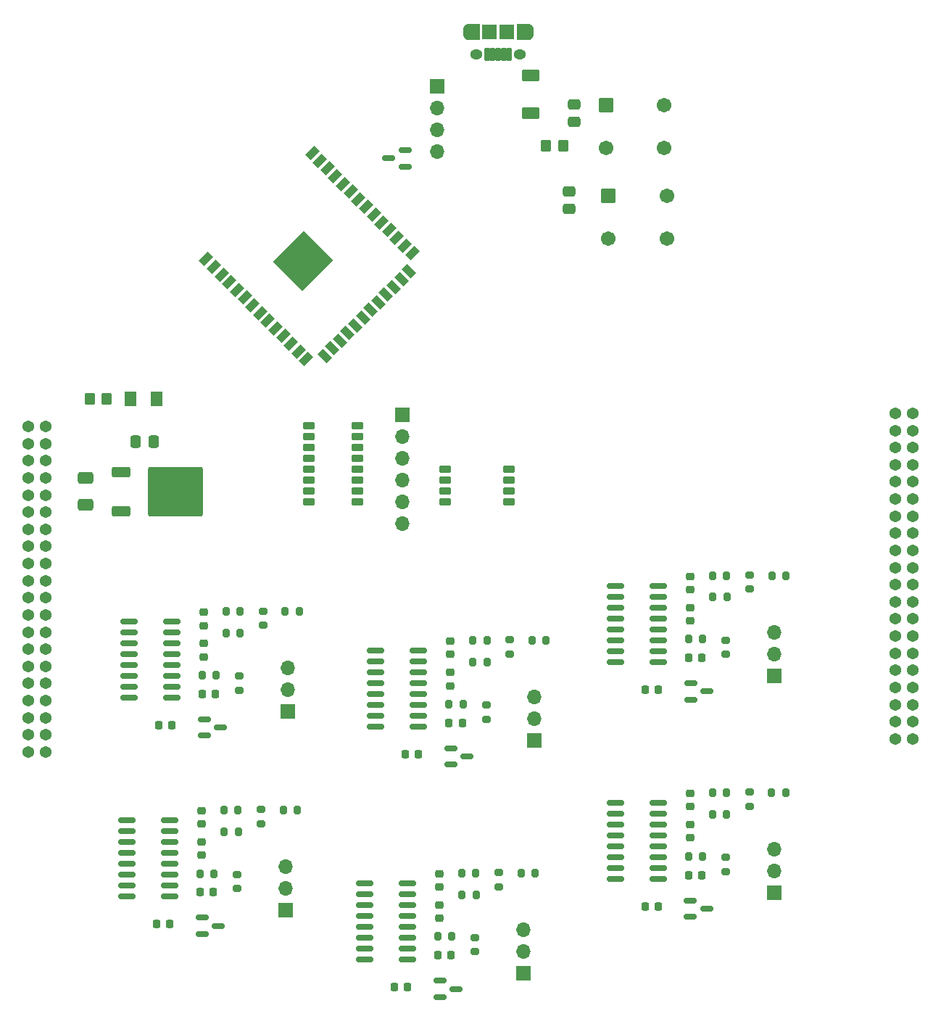
<source format=gbr>
%TF.GenerationSoftware,KiCad,Pcbnew,7.0.7*%
%TF.CreationDate,2024-03-26T11:25:22-07:00*%
%TF.ProjectId,Core-board,436f7265-2d62-46f6-9172-642e6b696361,rev?*%
%TF.SameCoordinates,Original*%
%TF.FileFunction,Soldermask,Top*%
%TF.FilePolarity,Negative*%
%FSLAX46Y46*%
G04 Gerber Fmt 4.6, Leading zero omitted, Abs format (unit mm)*
G04 Created by KiCad (PCBNEW 7.0.7) date 2024-03-26 11:25:22*
%MOMM*%
%LPD*%
G01*
G04 APERTURE LIST*
G04 Aperture macros list*
%AMRoundRect*
0 Rectangle with rounded corners*
0 $1 Rounding radius*
0 $2 $3 $4 $5 $6 $7 $8 $9 X,Y pos of 4 corners*
0 Add a 4 corners polygon primitive as box body*
4,1,4,$2,$3,$4,$5,$6,$7,$8,$9,$2,$3,0*
0 Add four circle primitives for the rounded corners*
1,1,$1+$1,$2,$3*
1,1,$1+$1,$4,$5*
1,1,$1+$1,$6,$7*
1,1,$1+$1,$8,$9*
0 Add four rect primitives between the rounded corners*
20,1,$1+$1,$2,$3,$4,$5,0*
20,1,$1+$1,$4,$5,$6,$7,0*
20,1,$1+$1,$6,$7,$8,$9,0*
20,1,$1+$1,$8,$9,$2,$3,0*%
%AMRotRect*
0 Rectangle, with rotation*
0 The origin of the aperture is its center*
0 $1 length*
0 $2 width*
0 $3 Rotation angle, in degrees counterclockwise*
0 Add horizontal line*
21,1,$1,$2,0,0,$3*%
G04 Aperture macros list end*
%ADD10C,0.010000*%
%ADD11RoundRect,0.102000X-0.749000X-0.749000X0.749000X-0.749000X0.749000X0.749000X-0.749000X0.749000X0*%
%ADD12C,1.702000*%
%ADD13RoundRect,0.102000X0.750000X0.775000X-0.750000X0.775000X-0.750000X-0.775000X0.750000X-0.775000X0*%
%ADD14RoundRect,0.102000X0.200000X0.675000X-0.200000X0.675000X-0.200000X-0.675000X0.200000X-0.675000X0*%
%ADD15O,1.454000X1.154000*%
%ADD16RoundRect,0.250000X-0.800000X0.450000X-0.800000X-0.450000X0.800000X-0.450000X0.800000X0.450000X0*%
%ADD17RoundRect,0.200000X0.275000X-0.200000X0.275000X0.200000X-0.275000X0.200000X-0.275000X-0.200000X0*%
%ADD18RoundRect,0.200000X0.200000X0.275000X-0.200000X0.275000X-0.200000X-0.275000X0.200000X-0.275000X0*%
%ADD19RoundRect,0.225000X0.250000X-0.225000X0.250000X0.225000X-0.250000X0.225000X-0.250000X-0.225000X0*%
%ADD20RoundRect,0.150000X-0.587500X-0.150000X0.587500X-0.150000X0.587500X0.150000X-0.587500X0.150000X0*%
%ADD21RoundRect,0.200000X-0.200000X-0.275000X0.200000X-0.275000X0.200000X0.275000X-0.200000X0.275000X0*%
%ADD22RoundRect,0.250000X0.475000X-0.337500X0.475000X0.337500X-0.475000X0.337500X-0.475000X-0.337500X0*%
%ADD23RoundRect,0.150000X0.587500X0.150000X-0.587500X0.150000X-0.587500X-0.150000X0.587500X-0.150000X0*%
%ADD24R,1.700000X1.700000*%
%ADD25O,1.700000X1.700000*%
%ADD26RoundRect,0.250001X0.462499X0.624999X-0.462499X0.624999X-0.462499X-0.624999X0.462499X-0.624999X0*%
%ADD27RoundRect,0.225000X0.225000X0.250000X-0.225000X0.250000X-0.225000X-0.250000X0.225000X-0.250000X0*%
%ADD28RoundRect,0.150000X0.850000X0.150000X-0.850000X0.150000X-0.850000X-0.150000X0.850000X-0.150000X0*%
%ADD29RotRect,1.500000X0.900000X45.000000*%
%ADD30RotRect,1.500000X0.900000X225.000000*%
%ADD31RotRect,1.500000X0.900000X315.000000*%
%ADD32C,0.700000*%
%ADD33RotRect,4.830000X5.030000X315.000000*%
%ADD34RoundRect,0.250000X0.337500X0.475000X-0.337500X0.475000X-0.337500X-0.475000X0.337500X-0.475000X0*%
%ADD35RoundRect,0.250000X0.650000X-0.412500X0.650000X0.412500X-0.650000X0.412500X-0.650000X-0.412500X0*%
%ADD36C,1.371600*%
%ADD37RoundRect,0.151600X0.555400X0.260400X-0.555400X0.260400X-0.555400X-0.260400X0.555400X-0.260400X0*%
%ADD38RoundRect,0.250000X-0.850000X-0.350000X0.850000X-0.350000X0.850000X0.350000X-0.850000X0.350000X0*%
%ADD39RoundRect,0.249997X-2.950003X-2.650003X2.950003X-2.650003X2.950003X2.650003X-2.950003X2.650003X0*%
%ADD40RoundRect,0.250000X0.350000X0.450000X-0.350000X0.450000X-0.350000X-0.450000X0.350000X-0.450000X0*%
%ADD41RoundRect,0.250000X-0.350000X-0.450000X0.350000X-0.450000X0.350000X0.450000X-0.350000X0.450000X0*%
%ADD42RoundRect,0.102000X0.600000X-0.300000X0.600000X0.300000X-0.600000X0.300000X-0.600000X-0.300000X0*%
G04 APERTURE END LIST*
%TO.C,J11*%
D10*
X137044000Y-26826000D02*
X137072000Y-26828000D01*
X137100000Y-26832000D01*
X137128000Y-26837000D01*
X137156000Y-26844000D01*
X137183000Y-26852000D01*
X137210000Y-26861000D01*
X137237000Y-26872000D01*
X137262000Y-26884000D01*
X137287000Y-26898000D01*
X137312000Y-26913000D01*
X137335000Y-26929000D01*
X137358000Y-26946000D01*
X137380000Y-26965000D01*
X137400000Y-26985000D01*
X137420000Y-27005000D01*
X137439000Y-27027000D01*
X137456000Y-27050000D01*
X137472000Y-27073000D01*
X137487000Y-27097000D01*
X137501000Y-27123000D01*
X137513000Y-27148000D01*
X137524000Y-27175000D01*
X137533000Y-27202000D01*
X137541000Y-27229000D01*
X137548000Y-27257000D01*
X137553000Y-27285000D01*
X137557000Y-27313000D01*
X137559000Y-27341000D01*
X137560000Y-27370000D01*
X137560000Y-28030000D01*
X137559000Y-28059000D01*
X137557000Y-28087000D01*
X137553000Y-28115000D01*
X137548000Y-28143000D01*
X137541000Y-28171000D01*
X137533000Y-28198000D01*
X137524000Y-28225000D01*
X137513000Y-28252000D01*
X137501000Y-28277000D01*
X137487000Y-28303000D01*
X137472000Y-28327000D01*
X137456000Y-28350000D01*
X137439000Y-28373000D01*
X137420000Y-28395000D01*
X137400000Y-28415000D01*
X137380000Y-28435000D01*
X137358000Y-28454000D01*
X137335000Y-28471000D01*
X137312000Y-28487000D01*
X137287000Y-28502000D01*
X137262000Y-28516000D01*
X137237000Y-28528000D01*
X137210000Y-28539000D01*
X137183000Y-28548000D01*
X137156000Y-28556000D01*
X137128000Y-28563000D01*
X137100000Y-28568000D01*
X137072000Y-28572000D01*
X137044000Y-28574000D01*
X137015000Y-28575000D01*
X135715000Y-28575000D01*
X135715000Y-26825000D01*
X137015000Y-26825000D01*
X137044000Y-26826000D01*
G36*
X137044000Y-26826000D02*
G01*
X137072000Y-26828000D01*
X137100000Y-26832000D01*
X137128000Y-26837000D01*
X137156000Y-26844000D01*
X137183000Y-26852000D01*
X137210000Y-26861000D01*
X137237000Y-26872000D01*
X137262000Y-26884000D01*
X137287000Y-26898000D01*
X137312000Y-26913000D01*
X137335000Y-26929000D01*
X137358000Y-26946000D01*
X137380000Y-26965000D01*
X137400000Y-26985000D01*
X137420000Y-27005000D01*
X137439000Y-27027000D01*
X137456000Y-27050000D01*
X137472000Y-27073000D01*
X137487000Y-27097000D01*
X137501000Y-27123000D01*
X137513000Y-27148000D01*
X137524000Y-27175000D01*
X137533000Y-27202000D01*
X137541000Y-27229000D01*
X137548000Y-27257000D01*
X137553000Y-27285000D01*
X137557000Y-27313000D01*
X137559000Y-27341000D01*
X137560000Y-27370000D01*
X137560000Y-28030000D01*
X137559000Y-28059000D01*
X137557000Y-28087000D01*
X137553000Y-28115000D01*
X137548000Y-28143000D01*
X137541000Y-28171000D01*
X137533000Y-28198000D01*
X137524000Y-28225000D01*
X137513000Y-28252000D01*
X137501000Y-28277000D01*
X137487000Y-28303000D01*
X137472000Y-28327000D01*
X137456000Y-28350000D01*
X137439000Y-28373000D01*
X137420000Y-28395000D01*
X137400000Y-28415000D01*
X137380000Y-28435000D01*
X137358000Y-28454000D01*
X137335000Y-28471000D01*
X137312000Y-28487000D01*
X137287000Y-28502000D01*
X137262000Y-28516000D01*
X137237000Y-28528000D01*
X137210000Y-28539000D01*
X137183000Y-28548000D01*
X137156000Y-28556000D01*
X137128000Y-28563000D01*
X137100000Y-28568000D01*
X137072000Y-28572000D01*
X137044000Y-28574000D01*
X137015000Y-28575000D01*
X135715000Y-28575000D01*
X135715000Y-26825000D01*
X137015000Y-26825000D01*
X137044000Y-26826000D01*
G37*
X131315000Y-28575000D02*
X130015000Y-28575000D01*
X129986000Y-28574000D01*
X129958000Y-28572000D01*
X129930000Y-28568000D01*
X129902000Y-28563000D01*
X129874000Y-28556000D01*
X129847000Y-28548000D01*
X129820000Y-28539000D01*
X129793000Y-28528000D01*
X129768000Y-28516000D01*
X129743000Y-28502000D01*
X129718000Y-28487000D01*
X129695000Y-28471000D01*
X129672000Y-28454000D01*
X129650000Y-28435000D01*
X129630000Y-28415000D01*
X129610000Y-28395000D01*
X129591000Y-28373000D01*
X129574000Y-28350000D01*
X129558000Y-28327000D01*
X129543000Y-28303000D01*
X129529000Y-28277000D01*
X129517000Y-28252000D01*
X129506000Y-28225000D01*
X129497000Y-28198000D01*
X129489000Y-28171000D01*
X129482000Y-28143000D01*
X129477000Y-28115000D01*
X129473000Y-28087000D01*
X129471000Y-28059000D01*
X129470000Y-28030000D01*
X129470000Y-27370000D01*
X129471000Y-27341000D01*
X129473000Y-27313000D01*
X129477000Y-27285000D01*
X129482000Y-27257000D01*
X129489000Y-27229000D01*
X129497000Y-27202000D01*
X129506000Y-27175000D01*
X129517000Y-27148000D01*
X129529000Y-27123000D01*
X129543000Y-27097000D01*
X129558000Y-27073000D01*
X129574000Y-27050000D01*
X129591000Y-27027000D01*
X129610000Y-27005000D01*
X129630000Y-26985000D01*
X129650000Y-26965000D01*
X129672000Y-26946000D01*
X129695000Y-26929000D01*
X129718000Y-26913000D01*
X129743000Y-26898000D01*
X129768000Y-26884000D01*
X129793000Y-26872000D01*
X129820000Y-26861000D01*
X129847000Y-26852000D01*
X129874000Y-26844000D01*
X129902000Y-26837000D01*
X129930000Y-26832000D01*
X129958000Y-26828000D01*
X129986000Y-26826000D01*
X130015000Y-26825000D01*
X131315000Y-26825000D01*
X131315000Y-28575000D01*
G36*
X131315000Y-28575000D02*
G01*
X130015000Y-28575000D01*
X129986000Y-28574000D01*
X129958000Y-28572000D01*
X129930000Y-28568000D01*
X129902000Y-28563000D01*
X129874000Y-28556000D01*
X129847000Y-28548000D01*
X129820000Y-28539000D01*
X129793000Y-28528000D01*
X129768000Y-28516000D01*
X129743000Y-28502000D01*
X129718000Y-28487000D01*
X129695000Y-28471000D01*
X129672000Y-28454000D01*
X129650000Y-28435000D01*
X129630000Y-28415000D01*
X129610000Y-28395000D01*
X129591000Y-28373000D01*
X129574000Y-28350000D01*
X129558000Y-28327000D01*
X129543000Y-28303000D01*
X129529000Y-28277000D01*
X129517000Y-28252000D01*
X129506000Y-28225000D01*
X129497000Y-28198000D01*
X129489000Y-28171000D01*
X129482000Y-28143000D01*
X129477000Y-28115000D01*
X129473000Y-28087000D01*
X129471000Y-28059000D01*
X129470000Y-28030000D01*
X129470000Y-27370000D01*
X129471000Y-27341000D01*
X129473000Y-27313000D01*
X129477000Y-27285000D01*
X129482000Y-27257000D01*
X129489000Y-27229000D01*
X129497000Y-27202000D01*
X129506000Y-27175000D01*
X129517000Y-27148000D01*
X129529000Y-27123000D01*
X129543000Y-27097000D01*
X129558000Y-27073000D01*
X129574000Y-27050000D01*
X129591000Y-27027000D01*
X129610000Y-27005000D01*
X129630000Y-26985000D01*
X129650000Y-26965000D01*
X129672000Y-26946000D01*
X129695000Y-26929000D01*
X129718000Y-26913000D01*
X129743000Y-26898000D01*
X129768000Y-26884000D01*
X129793000Y-26872000D01*
X129820000Y-26861000D01*
X129847000Y-26852000D01*
X129874000Y-26844000D01*
X129902000Y-26837000D01*
X129930000Y-26832000D01*
X129958000Y-26828000D01*
X129986000Y-26826000D01*
X130015000Y-26825000D01*
X131315000Y-26825000D01*
X131315000Y-28575000D01*
G37*
%TD*%
D11*
%TO.C,SW2*%
X146400000Y-46830000D03*
D12*
X153200000Y-46830000D03*
X146400000Y-51830000D03*
X153200000Y-51830000D03*
%TD*%
D11*
%TO.C,SW1*%
X146140000Y-36245000D03*
D12*
X152940000Y-36245000D03*
X146140000Y-41245000D03*
X152940000Y-41245000D03*
%TD*%
D13*
%TO.C,J11*%
X134515000Y-27700000D03*
X132515000Y-27700000D03*
D14*
X133515000Y-30375000D03*
X132865000Y-30375000D03*
X132215000Y-30375000D03*
X134165000Y-30375000D03*
X134815000Y-30375000D03*
D15*
X131015000Y-30400000D03*
X136015000Y-30400000D03*
%TD*%
D16*
%TO.C,D2*%
X137325000Y-32825000D03*
X137325000Y-37225000D03*
%TD*%
D17*
%TO.C,R44*%
X133615000Y-127525000D03*
X133615000Y-125875000D03*
%TD*%
D18*
%TO.C,R47*%
X139132500Y-98795000D03*
X137482500Y-98795000D03*
%TD*%
D19*
%TO.C,C19*%
X126640000Y-127575000D03*
X126640000Y-126025000D03*
%TD*%
D20*
%TO.C,Q5*%
X156010000Y-103785000D03*
X156010000Y-105685000D03*
X157885000Y-104735000D03*
%TD*%
D17*
%TO.C,R38*%
X132132500Y-107965000D03*
X132132500Y-106315000D03*
%TD*%
D19*
%TO.C,C20*%
X126640000Y-131225000D03*
X126640000Y-129675000D03*
%TD*%
D20*
%TO.C,Q1*%
X155990000Y-129125000D03*
X155990000Y-131025000D03*
X157865000Y-130075000D03*
%TD*%
D21*
%TO.C,R27*%
X129265000Y-125950000D03*
X130915000Y-125950000D03*
%TD*%
%TO.C,R31*%
X158560000Y-91225000D03*
X160210000Y-91225000D03*
%TD*%
D20*
%TO.C,Q2*%
X99182500Y-107977000D03*
X99182500Y-109877000D03*
X101057500Y-108927000D03*
%TD*%
D18*
%TO.C,R39*%
X167115000Y-116570000D03*
X165465000Y-116570000D03*
%TD*%
D21*
%TO.C,R24*%
X101525000Y-121090000D03*
X103175000Y-121090000D03*
%TD*%
D19*
%TO.C,C27*%
X127932500Y-100415000D03*
X127932500Y-98865000D03*
%TD*%
D18*
%TO.C,R37*%
X129407500Y-106190000D03*
X127757500Y-106190000D03*
%TD*%
D21*
%TO.C,R23*%
X101500000Y-118590000D03*
X103150000Y-118590000D03*
%TD*%
D22*
%TO.C,C9*%
X141770000Y-46347500D03*
X141770000Y-48422500D03*
%TD*%
D23*
%TO.C,D1*%
X122637500Y-43450000D03*
X122637500Y-41550000D03*
X120762500Y-42500000D03*
%TD*%
D24*
%TO.C,J9*%
X137782500Y-110465000D03*
D25*
X137782500Y-107925000D03*
X137782500Y-105385000D03*
%TD*%
D26*
%TO.C,D3*%
X93600000Y-70600000D03*
X90625000Y-70600000D03*
%TD*%
D27*
%TO.C,C14*%
X95175000Y-131850000D03*
X93625000Y-131850000D03*
%TD*%
D17*
%TO.C,R42*%
X105850000Y-120165000D03*
X105850000Y-118515000D03*
%TD*%
D28*
%TO.C,U4*%
X95150000Y-128635000D03*
X95150000Y-127365000D03*
X95150000Y-126095000D03*
X95150000Y-124825000D03*
X95150000Y-123555000D03*
X95150000Y-122285000D03*
X95150000Y-121015000D03*
X95150000Y-119745000D03*
X90150000Y-119745000D03*
X90150000Y-121015000D03*
X90150000Y-122285000D03*
X90150000Y-123555000D03*
X90150000Y-124825000D03*
X90150000Y-126095000D03*
X90150000Y-127365000D03*
X90150000Y-128635000D03*
%TD*%
D21*
%TO.C,R35*%
X130557500Y-98790000D03*
X132207500Y-98790000D03*
%TD*%
D29*
%TO.C,U10*%
X99434713Y-54267660D03*
X100332739Y-55165685D03*
X101230764Y-56063711D03*
X102128790Y-56961737D03*
X103026815Y-57859762D03*
X103924841Y-58757788D03*
X104822867Y-59655813D03*
X105720892Y-60553839D03*
X106618918Y-61451865D03*
X107516944Y-62349890D03*
X108414969Y-63247916D03*
X109312995Y-64145941D03*
X110211020Y-65043967D03*
D30*
X111109046Y-65941993D03*
D31*
X113240973Y-65577833D03*
X114138999Y-64679807D03*
X115037024Y-63781781D03*
X115935050Y-62883756D03*
X116833075Y-61985730D03*
X117731101Y-61087705D03*
X118629127Y-60189679D03*
X119527152Y-59291653D03*
X120425178Y-58393628D03*
X121323203Y-57495602D03*
X122221229Y-56597577D03*
X123119255Y-55699551D03*
D29*
X123483415Y-53567624D03*
X122585389Y-52669598D03*
X121687363Y-51771573D03*
X120789338Y-50873547D03*
X119891312Y-49975522D03*
X118993287Y-49077496D03*
X118095261Y-48179470D03*
X117197235Y-47281445D03*
X116299210Y-46383419D03*
X115401184Y-45485393D03*
X114503159Y-44587368D03*
X113605133Y-43689342D03*
X112707107Y-42791317D03*
X111809082Y-41893291D03*
D32*
X108704883Y-55264680D03*
X109991817Y-56537472D03*
X108754380Y-53885822D03*
X110062528Y-55179827D03*
X111363604Y-56480904D03*
X110083741Y-53899964D03*
X111370675Y-55172756D03*
D33*
X110748421Y-54529289D03*
D32*
X110076670Y-52563532D03*
X111384818Y-53857538D03*
X112685894Y-55158614D03*
X111427244Y-52528177D03*
X112714178Y-53800969D03*
%TD*%
D19*
%TO.C,C4*%
X155915000Y-121840000D03*
X155915000Y-120290000D03*
%TD*%
D27*
%TO.C,C5*%
X100507500Y-105017000D03*
X98957500Y-105017000D03*
%TD*%
%TO.C,C25*%
X129332500Y-108390000D03*
X127782500Y-108390000D03*
%TD*%
%TO.C,C22*%
X152235000Y-104485000D03*
X150685000Y-104485000D03*
%TD*%
%TO.C,C6*%
X95407500Y-108677000D03*
X93857500Y-108677000D03*
%TD*%
D34*
%TO.C,C12*%
X93287500Y-75600000D03*
X91212500Y-75600000D03*
%TD*%
D27*
%TO.C,C17*%
X128040000Y-135550000D03*
X126490000Y-135550000D03*
%TD*%
D19*
%TO.C,C23*%
X155935000Y-92850000D03*
X155935000Y-91300000D03*
%TD*%
D35*
%TO.C,C11*%
X85300000Y-82912500D03*
X85300000Y-79787500D03*
%TD*%
D21*
%TO.C,R28*%
X129290000Y-128450000D03*
X130940000Y-128450000D03*
%TD*%
D27*
%TO.C,C21*%
X157335000Y-100825000D03*
X155785000Y-100825000D03*
%TD*%
D22*
%TO.C,C10*%
X142405000Y-36187500D03*
X142405000Y-38262500D03*
%TD*%
D18*
%TO.C,R1*%
X110307500Y-95422000D03*
X108657500Y-95422000D03*
%TD*%
%TO.C,R33*%
X157410000Y-98625000D03*
X155760000Y-98625000D03*
%TD*%
D24*
%TO.C,J8*%
X165785000Y-102900000D03*
D25*
X165785000Y-100360000D03*
X165785000Y-97820000D03*
%TD*%
D36*
%TO.C,J1*%
X78650000Y-73800000D03*
X80650000Y-73800000D03*
X78650000Y-75800000D03*
X80650000Y-75800000D03*
X78650000Y-77800000D03*
X80650000Y-77800000D03*
X78650000Y-79800000D03*
X80650000Y-79800000D03*
X78650000Y-81800000D03*
X80650000Y-81800000D03*
X78650000Y-83800000D03*
X80650000Y-83800000D03*
X78650000Y-85800000D03*
X80650000Y-85800000D03*
X78650000Y-87800000D03*
X80650000Y-87800000D03*
X78650000Y-89800000D03*
X80650000Y-89800000D03*
X78650000Y-91800000D03*
X80650000Y-91800000D03*
X78650000Y-93800000D03*
X80650000Y-93800000D03*
X78650000Y-95800000D03*
X80650000Y-95800000D03*
X78650000Y-97800000D03*
X80650000Y-97800000D03*
X78650000Y-99800000D03*
X80650000Y-99800000D03*
X78650000Y-101800000D03*
X80650000Y-101800000D03*
X78650000Y-103800000D03*
X80650000Y-103800000D03*
X78650000Y-105799900D03*
X80650000Y-105799900D03*
X78650000Y-107799900D03*
X80650000Y-107799900D03*
X78650000Y-109799900D03*
X80650000Y-109799900D03*
X78650000Y-111799900D03*
X80650000Y-111799900D03*
X179920000Y-72263169D03*
X181920000Y-72263169D03*
X179920000Y-74263169D03*
X181920000Y-74263169D03*
X179920000Y-76263169D03*
X181920000Y-76263169D03*
X179920000Y-78263169D03*
X181920000Y-78263169D03*
X179920000Y-80263069D03*
X181920000Y-80263069D03*
X179920000Y-82263069D03*
X181920000Y-82263069D03*
X179920000Y-84263069D03*
X181920000Y-84263069D03*
X179920000Y-86263069D03*
X181920000Y-86263069D03*
X179920000Y-88263069D03*
X181920000Y-88263069D03*
X179920000Y-90263069D03*
X181920000Y-90263069D03*
X179920000Y-92263069D03*
X181920000Y-92263069D03*
X179920000Y-94263069D03*
X181920000Y-94263069D03*
X179920000Y-96263069D03*
X181920000Y-96263069D03*
X179920000Y-98263069D03*
X181920000Y-98263069D03*
X179920000Y-100263069D03*
X181920000Y-100263069D03*
X179920000Y-102263069D03*
X181920000Y-102263069D03*
X179920000Y-104263069D03*
X181920000Y-104263069D03*
X179920000Y-106263069D03*
X181920000Y-106263069D03*
X179920000Y-108263069D03*
X181920000Y-108263069D03*
X179920000Y-110263069D03*
X181920000Y-110263069D03*
%TD*%
D17*
%TO.C,R30*%
X130840000Y-135125000D03*
X130840000Y-133475000D03*
%TD*%
D19*
%TO.C,C15*%
X98875000Y-120215000D03*
X98875000Y-118665000D03*
%TD*%
%TO.C,C28*%
X127932500Y-104065000D03*
X127932500Y-102515000D03*
%TD*%
D27*
%TO.C,C26*%
X124232500Y-112050000D03*
X122682500Y-112050000D03*
%TD*%
D17*
%TO.C,R16*%
X160115000Y-125740000D03*
X160115000Y-124090000D03*
%TD*%
D18*
%TO.C,R25*%
X100350000Y-125990000D03*
X98700000Y-125990000D03*
%TD*%
D24*
%TO.C,J5*%
X108957500Y-107092000D03*
D25*
X108957500Y-104552000D03*
X108957500Y-102012000D03*
%TD*%
D27*
%TO.C,C2*%
X152215000Y-129825000D03*
X150665000Y-129825000D03*
%TD*%
D20*
%TO.C,Q3*%
X98950000Y-131150000D03*
X98950000Y-133050000D03*
X100825000Y-132100000D03*
%TD*%
D28*
%TO.C,U5*%
X122915000Y-135995000D03*
X122915000Y-134725000D03*
X122915000Y-133455000D03*
X122915000Y-132185000D03*
X122915000Y-130915000D03*
X122915000Y-129645000D03*
X122915000Y-128375000D03*
X122915000Y-127105000D03*
X117915000Y-127105000D03*
X117915000Y-128375000D03*
X117915000Y-129645000D03*
X117915000Y-130915000D03*
X117915000Y-132185000D03*
X117915000Y-133455000D03*
X117915000Y-134725000D03*
X117915000Y-135995000D03*
%TD*%
D18*
%TO.C,R15*%
X157390000Y-123965000D03*
X155740000Y-123965000D03*
%TD*%
D21*
%TO.C,R36*%
X130582500Y-101290000D03*
X132232500Y-101290000D03*
%TD*%
D28*
%TO.C,U2*%
X124207500Y-108835000D03*
X124207500Y-107565000D03*
X124207500Y-106295000D03*
X124207500Y-105025000D03*
X124207500Y-103755000D03*
X124207500Y-102485000D03*
X124207500Y-101215000D03*
X124207500Y-99945000D03*
X119207500Y-99945000D03*
X119207500Y-101215000D03*
X119207500Y-102485000D03*
X119207500Y-103755000D03*
X119207500Y-105025000D03*
X119207500Y-106295000D03*
X119207500Y-107565000D03*
X119207500Y-108835000D03*
%TD*%
D27*
%TO.C,C18*%
X122940000Y-139210000D03*
X121390000Y-139210000D03*
%TD*%
D18*
%TO.C,R29*%
X128115000Y-133350000D03*
X126465000Y-133350000D03*
%TD*%
D21*
%TO.C,R13*%
X158540000Y-116565000D03*
X160190000Y-116565000D03*
%TD*%
D24*
%TO.C,J7*%
X136490000Y-137625000D03*
D25*
X136490000Y-135085000D03*
X136490000Y-132545000D03*
%TD*%
D24*
%TO.C,J4*%
X122300000Y-72450000D03*
D25*
X122300000Y-74990000D03*
X122300000Y-77530000D03*
X122300000Y-80070000D03*
X122300000Y-82610000D03*
X122300000Y-85150000D03*
%TD*%
D21*
%TO.C,R32*%
X158585000Y-93725000D03*
X160235000Y-93725000D03*
%TD*%
D17*
%TO.C,R20*%
X103307500Y-104592000D03*
X103307500Y-102942000D03*
%TD*%
%TO.C,R34*%
X160135000Y-100400000D03*
X160135000Y-98750000D03*
%TD*%
D19*
%TO.C,C7*%
X99107500Y-97042000D03*
X99107500Y-95492000D03*
%TD*%
D17*
%TO.C,R26*%
X103075000Y-127765000D03*
X103075000Y-126115000D03*
%TD*%
D37*
%TO.C,U7*%
X134790000Y-82615000D03*
X134790000Y-81345000D03*
X134790000Y-80075000D03*
X134790000Y-78805000D03*
X127300000Y-78805000D03*
X127300000Y-80075000D03*
X127300000Y-81345000D03*
X127300000Y-82615000D03*
%TD*%
D21*
%TO.C,R18*%
X101757500Y-97917000D03*
X103407500Y-97917000D03*
%TD*%
D24*
%TO.C,J2*%
X165765000Y-128240000D03*
D25*
X165765000Y-125700000D03*
X165765000Y-123160000D03*
%TD*%
D18*
%TO.C,R41*%
X110075000Y-118595000D03*
X108425000Y-118595000D03*
%TD*%
D20*
%TO.C,Q6*%
X128007500Y-111350000D03*
X128007500Y-113250000D03*
X129882500Y-112300000D03*
%TD*%
D17*
%TO.C,R46*%
X162910000Y-92800000D03*
X162910000Y-91150000D03*
%TD*%
D38*
%TO.C,U9*%
X89525000Y-79145000D03*
D39*
X95825000Y-81425000D03*
D38*
X89525000Y-83705000D03*
%TD*%
D20*
%TO.C,Q4*%
X126715000Y-138510000D03*
X126715000Y-140410000D03*
X128590000Y-139460000D03*
%TD*%
D24*
%TO.C,J3*%
X126400000Y-34120000D03*
D25*
X126400000Y-36660000D03*
X126400000Y-39200000D03*
X126400000Y-41740000D03*
%TD*%
D18*
%TO.C,R45*%
X167135000Y-91230000D03*
X165485000Y-91230000D03*
%TD*%
%TO.C,R19*%
X100582500Y-102817000D03*
X98932500Y-102817000D03*
%TD*%
D21*
%TO.C,R14*%
X158565000Y-119065000D03*
X160215000Y-119065000D03*
%TD*%
D28*
%TO.C,U3*%
X152210000Y-101270000D03*
X152210000Y-100000000D03*
X152210000Y-98730000D03*
X152210000Y-97460000D03*
X152210000Y-96190000D03*
X152210000Y-94920000D03*
X152210000Y-93650000D03*
X152210000Y-92380000D03*
X147210000Y-92380000D03*
X147210000Y-93650000D03*
X147210000Y-94920000D03*
X147210000Y-96190000D03*
X147210000Y-97460000D03*
X147210000Y-98730000D03*
X147210000Y-100000000D03*
X147210000Y-101270000D03*
%TD*%
D17*
%TO.C,R4*%
X106082500Y-96992000D03*
X106082500Y-95342000D03*
%TD*%
D28*
%TO.C,U6*%
X152190000Y-126610000D03*
X152190000Y-125340000D03*
X152190000Y-124070000D03*
X152190000Y-122800000D03*
X152190000Y-121530000D03*
X152190000Y-120260000D03*
X152190000Y-118990000D03*
X152190000Y-117720000D03*
X147190000Y-117720000D03*
X147190000Y-118990000D03*
X147190000Y-120260000D03*
X147190000Y-121530000D03*
X147190000Y-122800000D03*
X147190000Y-124070000D03*
X147190000Y-125340000D03*
X147190000Y-126610000D03*
%TD*%
D17*
%TO.C,R48*%
X134907500Y-100365000D03*
X134907500Y-98715000D03*
%TD*%
D19*
%TO.C,C3*%
X155915000Y-118190000D03*
X155915000Y-116640000D03*
%TD*%
D24*
%TO.C,J6*%
X108725000Y-130265000D03*
D25*
X108725000Y-127725000D03*
X108725000Y-125185000D03*
%TD*%
D21*
%TO.C,R17*%
X101732500Y-95417000D03*
X103382500Y-95417000D03*
%TD*%
D19*
%TO.C,C24*%
X155935000Y-96500000D03*
X155935000Y-94950000D03*
%TD*%
D40*
%TO.C,R22*%
X87812500Y-70550000D03*
X85812500Y-70550000D03*
%TD*%
D19*
%TO.C,C16*%
X98875000Y-123865000D03*
X98875000Y-122315000D03*
%TD*%
D27*
%TO.C,C1*%
X157315000Y-126165000D03*
X155765000Y-126165000D03*
%TD*%
D41*
%TO.C,R21*%
X139135000Y-41035000D03*
X141135000Y-41035000D03*
%TD*%
D19*
%TO.C,C8*%
X99107500Y-100692000D03*
X99107500Y-99142000D03*
%TD*%
D28*
%TO.C,U1*%
X95382500Y-105462000D03*
X95382500Y-104192000D03*
X95382500Y-102922000D03*
X95382500Y-101652000D03*
X95382500Y-100382000D03*
X95382500Y-99112000D03*
X95382500Y-97842000D03*
X95382500Y-96572000D03*
X90382500Y-96572000D03*
X90382500Y-97842000D03*
X90382500Y-99112000D03*
X90382500Y-100382000D03*
X90382500Y-101652000D03*
X90382500Y-102922000D03*
X90382500Y-104192000D03*
X90382500Y-105462000D03*
%TD*%
D27*
%TO.C,C13*%
X100275000Y-128190000D03*
X98725000Y-128190000D03*
%TD*%
D42*
%TO.C,U8*%
X117050000Y-82585000D03*
X117050000Y-81315000D03*
X117050000Y-80045000D03*
X117050000Y-78775000D03*
X117050000Y-77505000D03*
X117050000Y-76235000D03*
X117050000Y-74965000D03*
X117050000Y-73695000D03*
X111450000Y-73695000D03*
X111450000Y-74965000D03*
X111450000Y-76235000D03*
X111450000Y-77505000D03*
X111450000Y-78775000D03*
X111450000Y-80045000D03*
X111450000Y-81315000D03*
X111450000Y-82585000D03*
%TD*%
D17*
%TO.C,R40*%
X162890000Y-118140000D03*
X162890000Y-116490000D03*
%TD*%
D18*
%TO.C,R43*%
X137840000Y-125955000D03*
X136190000Y-125955000D03*
%TD*%
M02*

</source>
